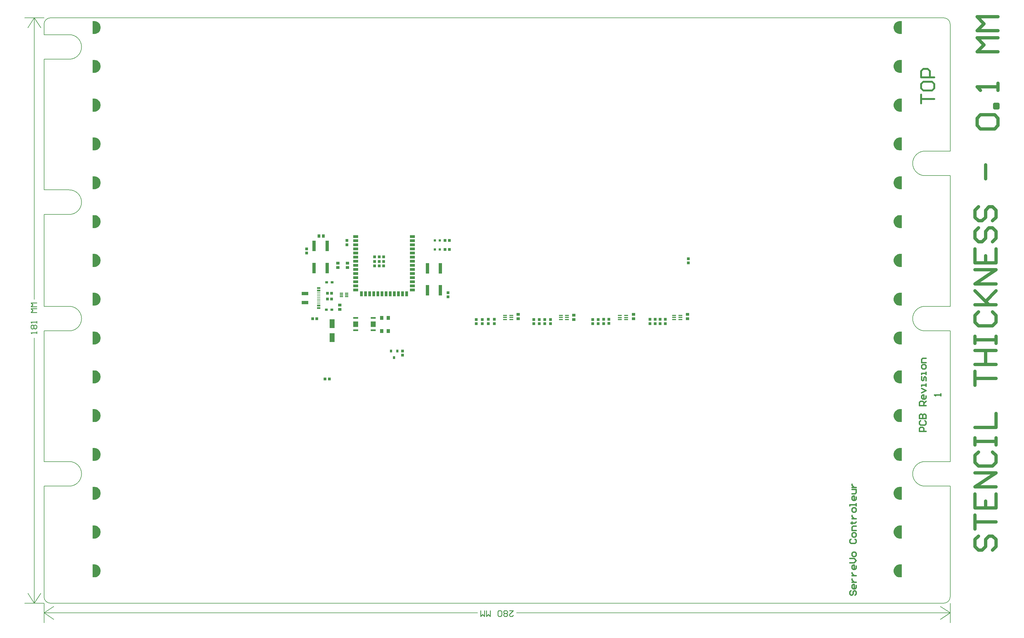
<source format=gtp>
G04*
G04 #@! TF.GenerationSoftware,Altium Limited,Altium Designer,22.11.1 (43)*
G04*
G04 Layer_Color=8421504*
%FSLAX25Y25*%
%MOIN*%
G70*
G04*
G04 #@! TF.SameCoordinates,3125327F-633B-4DE6-8F98-D116A0B0FB6F*
G04*
G04*
G04 #@! TF.FilePolarity,Positive*
G04*
G01*
G75*
%ADD12C,0.00500*%
%ADD19C,0.01575*%
%ADD20C,0.03937*%
%ADD21C,0.02362*%
%ADD22C,0.01000*%
%ADD23R,0.06299X0.11024*%
%ADD24R,0.03543X0.03543*%
%ADD25R,0.05906X0.03543*%
%ADD26R,0.03543X0.05906*%
%ADD27R,0.03740X0.03347*%
G04:AMPARAMS|DCode=28|XSize=46.85mil|YSize=15.75mil|CornerRadius=3.94mil|HoleSize=0mil|Usage=FLASHONLY|Rotation=180.000|XOffset=0mil|YOffset=0mil|HoleType=Round|Shape=RoundedRectangle|*
%AMROUNDEDRECTD28*
21,1,0.04685,0.00787,0,0,180.0*
21,1,0.03898,0.01575,0,0,180.0*
1,1,0.00787,-0.01949,0.00394*
1,1,0.00787,0.01949,0.00394*
1,1,0.00787,0.01949,-0.00394*
1,1,0.00787,-0.01949,-0.00394*
%
%ADD28ROUNDEDRECTD28*%
%ADD29R,0.03937X0.03543*%
%ADD30R,0.03347X0.03740*%
%ADD31R,0.03150X0.03150*%
%ADD32R,0.03937X0.04724*%
%ADD33R,0.06000X0.02000*%
%ADD34R,0.06000X0.07000*%
%ADD35R,0.03937X0.12598*%
%ADD36R,0.03543X0.03150*%
%ADD37R,0.03150X0.03543*%
%ADD38R,0.07874X0.03937*%
%ADD39R,0.03937X0.01063*%
%ADD40R,0.03937X0.02047*%
%ADD41R,0.03898X0.01181*%
%ADD42R,0.03543X0.03937*%
G36*
X-250895Y-27520D02*
X-248915D01*
X-248140D01*
X-246619Y-27217D01*
X-245187Y-26624D01*
X-243898Y-25763D01*
X-242802Y-24667D01*
X-241940Y-23378D01*
X-241347Y-21945D01*
X-241045Y-20425D01*
Y-19650D01*
Y-18873D01*
X-241347Y-17351D01*
X-241941Y-15917D01*
X-242804Y-14626D01*
X-243901Y-13529D01*
X-245192Y-12666D01*
X-246626Y-12072D01*
X-248148Y-11770D01*
X-248925D01*
D01*
X-250895D01*
Y-27520D01*
D02*
G37*
G36*
Y19730D02*
X-248915D01*
X-248140D01*
X-246619Y20033D01*
X-245187Y20626D01*
X-243898Y21487D01*
X-242802Y22583D01*
X-241940Y23873D01*
X-241347Y25305D01*
X-241045Y26825D01*
Y27600D01*
Y28376D01*
X-241347Y29899D01*
X-241941Y31333D01*
X-242804Y32624D01*
X-243901Y33721D01*
X-245192Y34584D01*
X-246626Y35177D01*
X-248148Y35480D01*
X-248925D01*
D01*
X-250895D01*
Y19730D01*
D02*
G37*
G36*
Y66970D02*
X-248915D01*
X-248140D01*
X-246619Y67273D01*
X-245187Y67866D01*
X-243898Y68727D01*
X-242802Y69823D01*
X-241940Y71113D01*
X-241347Y72545D01*
X-241045Y74065D01*
Y74840D01*
Y75617D01*
X-241347Y77139D01*
X-241941Y78573D01*
X-242804Y79864D01*
X-243901Y80961D01*
X-245192Y81823D01*
X-246626Y82418D01*
X-248148Y82720D01*
X-248925D01*
D01*
X-250895D01*
Y66970D01*
D02*
G37*
G36*
Y114210D02*
X-248915D01*
X-248140D01*
X-246619Y114513D01*
X-245187Y115106D01*
X-243898Y115967D01*
X-242802Y117063D01*
X-241940Y118352D01*
X-241347Y119785D01*
X-241045Y121305D01*
Y122080D01*
Y122856D01*
X-241347Y124379D01*
X-241941Y125813D01*
X-242804Y127103D01*
X-243901Y128201D01*
X-245192Y129063D01*
X-246626Y129657D01*
X-248148Y129960D01*
X-248925D01*
D01*
X-250895D01*
Y114210D01*
D02*
G37*
G36*
Y161460D02*
X-248915D01*
X-248140D01*
X-246619Y161763D01*
X-245187Y162356D01*
X-243898Y163217D01*
X-242802Y164313D01*
X-241940Y165603D01*
X-241347Y167035D01*
X-241045Y168555D01*
Y169330D01*
Y170106D01*
X-241347Y171629D01*
X-241941Y173063D01*
X-242804Y174354D01*
X-243901Y175451D01*
X-245192Y176313D01*
X-246626Y176908D01*
X-248148Y177210D01*
X-248925D01*
D01*
X-250895D01*
Y161460D01*
D02*
G37*
G36*
Y208700D02*
X-248915D01*
X-248140D01*
X-246619Y209003D01*
X-245187Y209596D01*
X-243898Y210457D01*
X-242802Y211554D01*
X-241940Y212842D01*
X-241347Y214275D01*
X-241045Y215795D01*
Y216570D01*
Y217347D01*
X-241347Y218869D01*
X-241941Y220303D01*
X-242804Y221594D01*
X-243901Y222691D01*
X-245192Y223553D01*
X-246626Y224148D01*
X-248148Y224450D01*
X-248925D01*
D01*
X-250895D01*
Y208700D01*
D02*
G37*
G36*
Y255950D02*
X-248915D01*
X-248140D01*
X-246619Y256253D01*
X-245187Y256846D01*
X-243898Y257707D01*
X-242802Y258804D01*
X-241940Y260092D01*
X-241347Y261525D01*
X-241045Y263045D01*
Y263820D01*
Y264597D01*
X-241347Y266119D01*
X-241941Y267553D01*
X-242804Y268844D01*
X-243901Y269941D01*
X-245192Y270803D01*
X-246626Y271397D01*
X-248148Y271700D01*
X-248925D01*
D01*
X-250895D01*
Y255950D01*
D02*
G37*
G36*
Y303190D02*
X-248915D01*
X-248140D01*
X-246619Y303493D01*
X-245187Y304086D01*
X-243898Y304947D01*
X-242802Y306044D01*
X-241940Y307332D01*
X-241347Y308765D01*
X-241045Y310285D01*
Y311060D01*
Y311837D01*
X-241347Y313359D01*
X-241941Y314793D01*
X-242804Y316084D01*
X-243901Y317181D01*
X-245192Y318043D01*
X-246626Y318637D01*
X-248148Y318940D01*
X-248925D01*
D01*
X-250895D01*
Y303190D01*
D02*
G37*
G36*
Y350430D02*
X-248915D01*
X-248140D01*
X-246619Y350733D01*
X-245187Y351326D01*
X-243898Y352187D01*
X-242802Y353284D01*
X-241940Y354573D01*
X-241347Y356005D01*
X-241045Y357525D01*
Y358300D01*
Y359076D01*
X-241347Y360599D01*
X-241941Y362033D01*
X-242804Y363323D01*
X-243901Y364421D01*
X-245192Y365283D01*
X-246626Y365878D01*
X-248148Y366180D01*
X-248925D01*
D01*
X-250895D01*
Y350430D01*
D02*
G37*
G36*
Y397680D02*
X-248915D01*
X-248140D01*
X-246619Y397983D01*
X-245187Y398576D01*
X-243898Y399437D01*
X-242802Y400533D01*
X-241940Y401823D01*
X-241347Y403255D01*
X-241045Y404775D01*
Y405550D01*
Y406326D01*
X-241347Y407849D01*
X-241941Y409283D01*
X-242804Y410573D01*
X-243901Y411671D01*
X-245192Y412534D01*
X-246626Y413128D01*
X-248148Y413430D01*
X-248925D01*
D01*
X-250895D01*
Y397680D01*
D02*
G37*
G36*
Y444920D02*
X-248915D01*
X-248140D01*
X-246619Y445223D01*
X-245187Y445816D01*
X-243898Y446677D01*
X-242802Y447774D01*
X-241940Y449062D01*
X-241347Y450495D01*
X-241045Y452015D01*
Y452790D01*
Y453567D01*
X-241347Y455089D01*
X-241941Y456523D01*
X-242804Y457814D01*
X-243901Y458911D01*
X-245192Y459773D01*
X-246626Y460367D01*
X-248148Y460670D01*
X-248925D01*
D01*
X-250895D01*
Y444920D01*
D02*
G37*
G36*
Y492170D02*
X-248915D01*
X-248140D01*
X-246619Y492473D01*
X-245187Y493066D01*
X-243898Y493927D01*
X-242802Y495023D01*
X-241940Y496313D01*
X-241347Y497745D01*
X-241045Y499265D01*
Y500040D01*
Y500816D01*
X-241347Y502339D01*
X-241941Y503773D01*
X-242804Y505064D01*
X-243901Y506161D01*
X-245192Y507023D01*
X-246626Y507618D01*
X-248148Y507920D01*
X-248925D01*
D01*
X-250895D01*
Y492170D01*
D02*
G37*
G36*
Y539410D02*
X-248915D01*
X-248140D01*
X-246619Y539713D01*
X-245187Y540306D01*
X-243898Y541167D01*
X-242802Y542264D01*
X-241940Y543552D01*
X-241347Y544985D01*
X-241045Y546505D01*
Y547280D01*
Y548057D01*
X-241347Y549579D01*
X-241941Y551013D01*
X-242804Y552304D01*
X-243901Y553401D01*
X-245192Y554263D01*
X-246626Y554857D01*
X-248148Y555160D01*
X-248925D01*
D01*
X-250895D01*
Y539410D01*
D02*
G37*
G36*
Y586650D02*
X-248915D01*
X-248140D01*
X-246619Y586953D01*
X-245187Y587546D01*
X-243898Y588407D01*
X-242802Y589503D01*
X-241940Y590793D01*
X-241347Y592225D01*
X-241045Y593745D01*
Y594520D01*
Y595296D01*
X-241347Y596819D01*
X-241941Y598253D01*
X-242804Y599544D01*
X-243901Y600641D01*
X-245192Y601504D01*
X-246626Y602098D01*
X-248148Y602400D01*
X-248925D01*
D01*
X-250895D01*
Y586650D01*
D02*
G37*
G36*
Y633900D02*
X-248915D01*
X-248140D01*
X-246619Y634203D01*
X-245187Y634796D01*
X-243898Y635657D01*
X-242802Y636754D01*
X-241940Y638042D01*
X-241347Y639475D01*
X-241045Y640995D01*
Y641770D01*
Y642547D01*
X-241347Y644069D01*
X-241941Y645503D01*
X-242804Y646794D01*
X-243901Y647891D01*
X-245192Y648753D01*
X-246626Y649347D01*
X-248148Y649650D01*
X-248925D01*
D01*
X-250895D01*
Y633900D01*
D02*
G37*
G36*
X733355Y-27520D02*
X731375D01*
X730600D01*
X729080Y-27217D01*
X727647Y-26624D01*
X726358Y-25763D01*
X725262Y-24667D01*
X724401Y-23378D01*
X723808Y-21945D01*
X723505Y-20425D01*
Y-19650D01*
Y-18873D01*
X723808Y-17351D01*
X724402Y-15917D01*
X725264Y-14626D01*
X726362Y-13529D01*
X727653Y-12666D01*
X729087Y-12072D01*
X730609Y-11770D01*
X731385D01*
D01*
X733355D01*
Y-27520D01*
D02*
G37*
G36*
Y19730D02*
X731375D01*
X730600D01*
X729080Y20033D01*
X727647Y20626D01*
X726358Y21487D01*
X725262Y22583D01*
X724401Y23873D01*
X723808Y25305D01*
X723505Y26825D01*
Y27600D01*
Y28376D01*
X723808Y29899D01*
X724402Y31333D01*
X725264Y32624D01*
X726362Y33721D01*
X727653Y34584D01*
X729087Y35177D01*
X730609Y35480D01*
X731385D01*
D01*
X733355D01*
Y19730D01*
D02*
G37*
G36*
Y66970D02*
X731375D01*
X730600D01*
X729080Y67273D01*
X727647Y67866D01*
X726358Y68727D01*
X725262Y69823D01*
X724401Y71113D01*
X723808Y72545D01*
X723505Y74065D01*
Y74840D01*
Y75617D01*
X723808Y77139D01*
X724402Y78573D01*
X725264Y79864D01*
X726362Y80961D01*
X727653Y81823D01*
X729087Y82418D01*
X730609Y82720D01*
X731385D01*
D01*
X733355D01*
Y66970D01*
D02*
G37*
G36*
Y114210D02*
X731375D01*
X730600D01*
X729080Y114513D01*
X727647Y115106D01*
X726358Y115967D01*
X725262Y117063D01*
X724401Y118352D01*
X723808Y119785D01*
X723505Y121305D01*
Y122080D01*
Y122856D01*
X723808Y124379D01*
X724402Y125813D01*
X725264Y127103D01*
X726362Y128201D01*
X727653Y129063D01*
X729087Y129657D01*
X730609Y129960D01*
X731385D01*
D01*
X733355D01*
Y114210D01*
D02*
G37*
G36*
Y161460D02*
X731375D01*
X730600D01*
X729080Y161763D01*
X727647Y162356D01*
X726358Y163217D01*
X725262Y164313D01*
X724401Y165603D01*
X723808Y167035D01*
X723505Y168555D01*
Y169330D01*
Y170106D01*
X723808Y171629D01*
X724402Y173063D01*
X725264Y174354D01*
X726362Y175451D01*
X727653Y176313D01*
X729087Y176908D01*
X730609Y177210D01*
X731385D01*
D01*
X733355D01*
Y161460D01*
D02*
G37*
G36*
Y208700D02*
X731375D01*
X730600D01*
X729080Y209003D01*
X727647Y209596D01*
X726358Y210457D01*
X725262Y211554D01*
X724401Y212842D01*
X723808Y214275D01*
X723505Y215795D01*
Y216570D01*
Y217347D01*
X723808Y218869D01*
X724402Y220303D01*
X725264Y221594D01*
X726362Y222691D01*
X727653Y223553D01*
X729087Y224148D01*
X730609Y224450D01*
X731385D01*
D01*
X733355D01*
Y208700D01*
D02*
G37*
G36*
Y255950D02*
X731375D01*
X730600D01*
X729080Y256253D01*
X727647Y256846D01*
X726358Y257707D01*
X725262Y258804D01*
X724401Y260092D01*
X723808Y261525D01*
X723505Y263045D01*
Y263820D01*
Y264597D01*
X723808Y266119D01*
X724402Y267553D01*
X725264Y268844D01*
X726362Y269941D01*
X727653Y270803D01*
X729087Y271397D01*
X730609Y271700D01*
X731385D01*
D01*
X733355D01*
Y255950D01*
D02*
G37*
G36*
Y303190D02*
X731375D01*
X730600D01*
X729080Y303493D01*
X727647Y304086D01*
X726358Y304947D01*
X725262Y306044D01*
X724401Y307332D01*
X723808Y308765D01*
X723505Y310285D01*
Y311060D01*
Y311837D01*
X723808Y313359D01*
X724402Y314793D01*
X725264Y316084D01*
X726362Y317181D01*
X727653Y318043D01*
X729087Y318637D01*
X730609Y318940D01*
X731385D01*
D01*
X733355D01*
Y303190D01*
D02*
G37*
G36*
Y350430D02*
X731375D01*
X730600D01*
X729080Y350733D01*
X727647Y351326D01*
X726358Y352187D01*
X725262Y353284D01*
X724401Y354573D01*
X723808Y356005D01*
X723505Y357525D01*
Y358300D01*
Y359076D01*
X723808Y360599D01*
X724402Y362033D01*
X725264Y363323D01*
X726362Y364421D01*
X727653Y365283D01*
X729087Y365878D01*
X730609Y366180D01*
X731385D01*
D01*
X733355D01*
Y350430D01*
D02*
G37*
G36*
Y397680D02*
X731375D01*
X730600D01*
X729080Y397983D01*
X727647Y398576D01*
X726358Y399437D01*
X725262Y400533D01*
X724401Y401823D01*
X723808Y403255D01*
X723505Y404775D01*
Y405550D01*
Y406326D01*
X723808Y407849D01*
X724402Y409283D01*
X725264Y410573D01*
X726362Y411671D01*
X727653Y412534D01*
X729087Y413128D01*
X730609Y413430D01*
X731385D01*
D01*
X733355D01*
Y397680D01*
D02*
G37*
G36*
Y444920D02*
X731375D01*
X730600D01*
X729080Y445223D01*
X727647Y445816D01*
X726358Y446677D01*
X725262Y447774D01*
X724401Y449062D01*
X723808Y450495D01*
X723505Y452015D01*
Y452790D01*
Y453567D01*
X723808Y455089D01*
X724402Y456523D01*
X725264Y457814D01*
X726362Y458911D01*
X727653Y459773D01*
X729087Y460367D01*
X730609Y460670D01*
X731385D01*
D01*
X733355D01*
Y444920D01*
D02*
G37*
G36*
Y492170D02*
X731375D01*
X730600D01*
X729080Y492473D01*
X727647Y493066D01*
X726358Y493927D01*
X725262Y495023D01*
X724401Y496313D01*
X723808Y497745D01*
X723505Y499265D01*
Y500040D01*
Y500816D01*
X723808Y502339D01*
X724402Y503773D01*
X725264Y505064D01*
X726362Y506161D01*
X727653Y507023D01*
X729087Y507618D01*
X730609Y507920D01*
X731385D01*
D01*
X733355D01*
Y492170D01*
D02*
G37*
G36*
Y539410D02*
X731375D01*
X730600D01*
X729080Y539713D01*
X727647Y540306D01*
X726358Y541167D01*
X725262Y542264D01*
X724401Y543552D01*
X723808Y544985D01*
X723505Y546505D01*
Y547280D01*
Y548057D01*
X723808Y549579D01*
X724402Y551013D01*
X725264Y552304D01*
X726362Y553401D01*
X727653Y554263D01*
X729087Y554857D01*
X730609Y555160D01*
X731385D01*
D01*
X733355D01*
Y539410D01*
D02*
G37*
G36*
Y586650D02*
X731375D01*
X730600D01*
X729080Y586953D01*
X727647Y587546D01*
X726358Y588407D01*
X725262Y589503D01*
X724401Y590793D01*
X723808Y592225D01*
X723505Y593745D01*
Y594520D01*
Y595296D01*
X723808Y596819D01*
X724402Y598253D01*
X725264Y599544D01*
X726362Y600641D01*
X727653Y601504D01*
X729087Y602098D01*
X730609Y602400D01*
X731385D01*
D01*
X733355D01*
Y586650D01*
D02*
G37*
G36*
Y633900D02*
X731375D01*
X730600D01*
X729080Y634203D01*
X727647Y634796D01*
X726358Y635657D01*
X725262Y636754D01*
X724401Y638042D01*
X723808Y639475D01*
X723505Y640995D01*
Y641770D01*
Y642547D01*
X723808Y644069D01*
X724402Y645503D01*
X725264Y646794D01*
X726362Y647891D01*
X727653Y648753D01*
X729087Y649347D01*
X730609Y649650D01*
X731385D01*
D01*
X733355D01*
Y633900D01*
D02*
G37*
D12*
X-309957Y-51135D02*
G03*
X-302083Y-59009I7874J0D01*
G01*
X784531D02*
G03*
X792405Y-51135I0J7874D01*
G01*
X-302083Y653589D02*
G03*
X-309957Y645715I0J-7874D01*
G01*
X792405D02*
G03*
X784531Y653589I-7874J0D01*
G01*
X-279248Y83516D02*
G03*
X-264288Y98477I0J14961D01*
G01*
Y98471D02*
G03*
X-279248Y113431I-14961J0D01*
G01*
Y272493D02*
G03*
X-264288Y287453I0J14961D01*
G01*
Y287447D02*
G03*
X-279248Y302408I-14961J0D01*
G01*
Y414225D02*
G03*
X-264288Y429185I0J14961D01*
G01*
Y429179D02*
G03*
X-279248Y444140I-14961J0D01*
G01*
Y603201D02*
G03*
X-264288Y618162I0J14961D01*
G01*
Y618156D02*
G03*
X-279248Y633116I-14961J0D01*
G01*
X761696Y491384D02*
G03*
X746736Y476424I0J-14961D01*
G01*
Y476430D02*
G03*
X761696Y461469I14961J0D01*
G01*
X746736Y98477D02*
G03*
X761696Y83516I14961J0D01*
G01*
Y113431D02*
G03*
X746736Y98471I0J-14961D01*
G01*
Y287453D02*
G03*
X761696Y272493I14961J0D01*
G01*
Y302408D02*
G03*
X746736Y287447I0J-14961D01*
G01*
X-333579Y-59009D02*
X-309957D01*
X-302083Y-59010D02*
X784531Y-59009D01*
X264846Y-70821D02*
X792405Y-70820D01*
X-309957Y-70820D02*
X217602Y-70821D01*
X-329642Y-47199D02*
X-321768Y-59009D01*
X-313894Y-47199D01*
X780594Y-62946D02*
X792405Y-70820D01*
X-309957Y-70820D02*
X-298146Y-62946D01*
X792405Y-82631D02*
Y-59009D01*
X780594Y-78694D02*
X792405Y-70820D01*
X-309957Y-70820D02*
X-298146Y-78694D01*
X792405Y-51135D02*
Y83510D01*
Y491384D02*
Y645715D01*
X-333579Y653589D02*
X-309957D01*
X-302083Y653588D02*
X784531Y653589D01*
X-321768Y653589D02*
X-313894Y641778D01*
X-329642D02*
X-321768Y653589D01*
X-309957Y83510D02*
X-279248D01*
X-309957Y113431D02*
X-279248D01*
X-309957Y272487D02*
X-279248D01*
X-309957Y302408D02*
X-279248D01*
X-309957Y414219D02*
X-279248D01*
X-309957Y444140D02*
X-279248D01*
X-309957Y603195D02*
X-279248D01*
X-309957Y633116D02*
X-279248D01*
X-309957D02*
Y645715D01*
Y444140D02*
Y603195D01*
Y302408D02*
Y414219D01*
Y113431D02*
Y272487D01*
Y-51135D02*
Y83510D01*
X792405Y302408D02*
Y461469D01*
X761696Y491384D02*
X792405D01*
X761696Y461463D02*
X792405D01*
X761696Y83510D02*
X792405D01*
X761696Y113431D02*
X792405D01*
X761696Y272487D02*
X792405D01*
X761696Y302408D02*
X792405D01*
Y113431D02*
Y272487D01*
X-321768Y311069D02*
X-321768Y653589D01*
X-321768Y-59009D02*
Y263825D01*
X-309957Y-82631D02*
Y-59009D01*
D19*
X671407Y-43860D02*
X670095Y-45172D01*
Y-47796D01*
X671407Y-49108D01*
X672719D01*
X674031Y-47796D01*
Y-45172D01*
X675343Y-43860D01*
X676654D01*
X677966Y-45172D01*
Y-47796D01*
X676654Y-49108D01*
X677966Y-37301D02*
Y-39925D01*
X676654Y-41237D01*
X674031D01*
X672719Y-39925D01*
Y-37301D01*
X674031Y-35989D01*
X675343D01*
Y-41237D01*
X672719Y-33365D02*
X677966D01*
X675343D01*
X674031Y-32053D01*
X672719Y-30741D01*
Y-29429D01*
Y-25494D02*
X677966D01*
X675343D01*
X674031Y-24182D01*
X672719Y-22870D01*
Y-21558D01*
X677966Y-13686D02*
Y-16310D01*
X676654Y-17622D01*
X674031D01*
X672719Y-16310D01*
Y-13686D01*
X674031Y-12375D01*
X675343D01*
Y-17622D01*
X670095Y-9751D02*
X675343D01*
X677966Y-7127D01*
X675343Y-4503D01*
X670095D01*
X677966Y-567D02*
Y2057D01*
X676654Y3368D01*
X674031D01*
X672719Y2057D01*
Y-567D01*
X674031Y-1879D01*
X676654D01*
X677966Y-567D01*
X671407Y19111D02*
X670095Y17799D01*
Y15176D01*
X671407Y13864D01*
X676654D01*
X677966Y15176D01*
Y17799D01*
X676654Y19111D01*
X677966Y23047D02*
Y25671D01*
X676654Y26983D01*
X674031D01*
X672719Y25671D01*
Y23047D01*
X674031Y21735D01*
X676654D01*
X677966Y23047D01*
Y29607D02*
X672719D01*
Y33542D01*
X674031Y34854D01*
X677966D01*
X671407Y38790D02*
X672719D01*
Y37478D01*
Y40102D01*
Y38790D01*
X676654D01*
X677966Y40102D01*
X672719Y44038D02*
X677966D01*
X675343D01*
X674031Y45350D01*
X672719Y46662D01*
Y47973D01*
X677966Y53221D02*
Y55845D01*
X676654Y57157D01*
X674031D01*
X672719Y55845D01*
Y53221D01*
X674031Y51909D01*
X676654D01*
X677966Y53221D01*
Y59781D02*
Y62405D01*
Y61093D01*
X670095D01*
Y59781D01*
X677966Y70276D02*
Y67652D01*
X676654Y66340D01*
X674031D01*
X672719Y67652D01*
Y70276D01*
X674031Y71588D01*
X675343D01*
Y66340D01*
X672719Y74212D02*
X676654D01*
X677966Y75524D01*
Y79459D01*
X672719D01*
Y82083D02*
X677966D01*
X675343D01*
X674031Y83395D01*
X672719Y84707D01*
Y86019D01*
X762709Y150138D02*
X754838D01*
Y154074D01*
X756149Y155385D01*
X758773D01*
X760085Y154074D01*
Y150138D01*
X756149Y163257D02*
X754838Y161945D01*
Y159321D01*
X756149Y158009D01*
X761397D01*
X762709Y159321D01*
Y161945D01*
X761397Y163257D01*
X754838Y165881D02*
X762709D01*
Y169817D01*
X761397Y171128D01*
X760085D01*
X758773Y169817D01*
Y165881D01*
Y169817D01*
X757461Y171128D01*
X756149D01*
X754838Y169817D01*
Y165881D01*
X762709Y181624D02*
X754838D01*
Y185559D01*
X756149Y186871D01*
X758773D01*
X760085Y185559D01*
Y181624D01*
Y184248D02*
X762709Y186871D01*
Y193431D02*
Y190807D01*
X761397Y189495D01*
X758773D01*
X757461Y190807D01*
Y193431D01*
X758773Y194743D01*
X760085D01*
Y189495D01*
X757461Y197367D02*
X762709Y199990D01*
X757461Y202614D01*
X762709Y205238D02*
Y207862D01*
Y206550D01*
X757461D01*
Y205238D01*
X762709Y211798D02*
Y215734D01*
X761397Y217045D01*
X760085Y215734D01*
Y213110D01*
X758773Y211798D01*
X757461Y213110D01*
Y217045D01*
X762709Y219669D02*
Y222293D01*
Y220981D01*
X757461D01*
Y219669D01*
X762709Y227541D02*
Y230165D01*
X761397Y231476D01*
X758773D01*
X757461Y230165D01*
Y227541D01*
X758773Y226229D01*
X761397D01*
X762709Y227541D01*
Y234100D02*
X757461D01*
Y238036D01*
X758773Y239348D01*
X762709D01*
X780967Y193477D02*
Y196101D01*
Y194789D01*
X773095D01*
X774407Y193477D01*
D20*
X829305Y518412D02*
X825042Y522676D01*
Y531204D01*
X829305Y535467D01*
X846360D01*
X850624Y531204D01*
Y522676D01*
X846360Y518412D01*
X829305D01*
X850624Y543995D02*
X846360D01*
Y548258D01*
X850624D01*
Y543995D01*
Y565313D02*
Y573841D01*
Y569577D01*
X825042D01*
X829305Y565313D01*
X850624Y612214D02*
X825042D01*
X833569Y620742D01*
X825042Y629269D01*
X850624D01*
Y637796D02*
X825042D01*
X833569Y646324D01*
X825042Y654851D01*
X850624D01*
X826864Y22784D02*
X822600Y18520D01*
Y9993D01*
X826864Y5729D01*
X831128D01*
X835391Y9993D01*
Y18520D01*
X839655Y22784D01*
X843919D01*
X848183Y18520D01*
Y9993D01*
X843919Y5729D01*
X822600Y31311D02*
Y48366D01*
Y39839D01*
X848183D01*
X822600Y73949D02*
Y56894D01*
X848183D01*
Y73949D01*
X835391Y56894D02*
Y65421D01*
X848183Y82476D02*
X822600D01*
X848183Y99531D01*
X822600D01*
X826864Y125113D02*
X822600Y120849D01*
Y112322D01*
X826864Y108058D01*
X843919D01*
X848183Y112322D01*
Y120849D01*
X843919Y125113D01*
X822600Y133641D02*
Y142168D01*
Y137904D01*
X848183D01*
Y133641D01*
Y142168D01*
X822600Y154959D02*
X848183D01*
Y172014D01*
X822600Y206124D02*
Y223179D01*
Y214651D01*
X848183D01*
X822600Y231706D02*
X848183D01*
X835391D01*
Y248761D01*
X822600D01*
X848183D01*
X822600Y257288D02*
Y265816D01*
Y261552D01*
X848183D01*
Y257288D01*
Y265816D01*
X826864Y295662D02*
X822600Y291398D01*
Y282871D01*
X826864Y278607D01*
X843919D01*
X848183Y282871D01*
Y291398D01*
X843919Y295662D01*
X822600Y304189D02*
X848183D01*
X839655D01*
X822600Y321244D01*
X835391Y308453D01*
X848183Y321244D01*
Y329771D02*
X822600D01*
X848183Y346826D01*
X822600D01*
Y372409D02*
Y355354D01*
X848183D01*
Y372409D01*
X835391Y355354D02*
Y363881D01*
X826864Y397991D02*
X822600Y393727D01*
Y385200D01*
X826864Y380936D01*
X831128D01*
X835391Y385200D01*
Y393727D01*
X839655Y397991D01*
X843919D01*
X848183Y393727D01*
Y385200D01*
X843919Y380936D01*
X826864Y423573D02*
X822600Y419309D01*
Y410782D01*
X826864Y406518D01*
X831128D01*
X835391Y410782D01*
Y419309D01*
X839655Y423573D01*
X843919D01*
X848183Y419309D01*
Y410782D01*
X843919Y406518D01*
X835391Y457683D02*
Y474738D01*
D21*
X756977Y549644D02*
Y560140D01*
Y554892D01*
X772720D01*
X756977Y573259D02*
Y568011D01*
X759601Y565387D01*
X770096D01*
X772720Y568011D01*
Y573259D01*
X770096Y575882D01*
X759601D01*
X756977Y573259D01*
X772720Y581130D02*
X756977D01*
Y589002D01*
X759601Y591625D01*
X764849D01*
X767473Y589002D01*
Y581130D01*
D22*
X-318831Y269256D02*
Y271589D01*
Y270423D01*
X-325829D01*
X-324662Y269256D01*
Y275088D02*
X-325829Y276254D01*
Y278587D01*
X-324662Y279753D01*
X-323496D01*
X-322330Y278587D01*
X-321164Y279753D01*
X-319997D01*
X-318831Y278587D01*
Y276254D01*
X-319997Y275088D01*
X-321164D01*
X-322330Y276254D01*
X-323496Y275088D01*
X-324662D01*
X-322330Y276254D02*
Y278587D01*
X-318831Y282086D02*
Y284418D01*
Y283252D01*
X-325829D01*
X-324662Y282086D01*
X-318831Y294915D02*
X-325829D01*
X-323496Y297248D01*
X-325829Y299580D01*
X-318831D01*
Y301913D02*
X-325829D01*
X-323496Y304245D01*
X-325829Y306578D01*
X-318831D01*
X256120Y-67883D02*
X260785D01*
X256120Y-72549D01*
Y-73715D01*
X257287Y-74881D01*
X259619D01*
X260785Y-73715D01*
X253788D02*
X252621Y-74881D01*
X250289D01*
X249123Y-73715D01*
Y-72549D01*
X250289Y-71382D01*
X249123Y-70216D01*
Y-69050D01*
X250289Y-67883D01*
X252621D01*
X253788Y-69050D01*
Y-70216D01*
X252621Y-71382D01*
X253788Y-72549D01*
Y-73715D01*
X252621Y-71382D02*
X250289D01*
X246790Y-73715D02*
X245624Y-74881D01*
X243291D01*
X242125Y-73715D01*
Y-69050D01*
X243291Y-67883D01*
X245624D01*
X246790Y-69050D01*
Y-73715D01*
X232794Y-67883D02*
Y-74881D01*
X230462Y-72549D01*
X228129Y-74881D01*
Y-67883D01*
X225797D02*
Y-74881D01*
X223464Y-72549D01*
X221131Y-74881D01*
Y-67883D01*
D23*
X40673Y264419D02*
D03*
Y281348D02*
D03*
D24*
X97701Y356985D02*
D03*
X92189D02*
D03*
X103213D02*
D03*
X92189Y351473D02*
D03*
X97701D02*
D03*
X103213D02*
D03*
X92189Y362497D02*
D03*
X97701D02*
D03*
X103213D02*
D03*
D25*
X69157Y387379D02*
D03*
Y382379D02*
D03*
Y377379D02*
D03*
Y372379D02*
D03*
Y367379D02*
D03*
Y362379D02*
D03*
Y357379D02*
D03*
Y352379D02*
D03*
Y347379D02*
D03*
Y342379D02*
D03*
Y337379D02*
D03*
Y332379D02*
D03*
Y327379D02*
D03*
Y322379D02*
D03*
X138055D02*
D03*
Y327379D02*
D03*
Y332379D02*
D03*
Y337379D02*
D03*
Y342379D02*
D03*
Y347379D02*
D03*
Y352379D02*
D03*
Y357379D02*
D03*
Y362379D02*
D03*
Y367379D02*
D03*
Y372379D02*
D03*
Y377379D02*
D03*
Y382379D02*
D03*
Y387379D02*
D03*
D26*
X76106Y317458D02*
D03*
X81106D02*
D03*
X86106D02*
D03*
X91106D02*
D03*
X96106D02*
D03*
X101106D02*
D03*
X106106D02*
D03*
X111106D02*
D03*
X116106D02*
D03*
X121106D02*
D03*
X126106D02*
D03*
X131106D02*
D03*
D27*
X473794Y355307D02*
D03*
Y360425D02*
D03*
X181531Y313914D02*
D03*
Y319032D02*
D03*
X58541Y382497D02*
D03*
Y377379D02*
D03*
X433474Y281455D02*
D03*
Y286573D02*
D03*
X439653Y281388D02*
D03*
Y286506D02*
D03*
X126114Y248105D02*
D03*
Y242986D02*
D03*
X364049Y281325D02*
D03*
Y286443D02*
D03*
X370747Y281455D02*
D03*
Y286573D02*
D03*
X292575Y281275D02*
D03*
Y286394D02*
D03*
X299317Y281275D02*
D03*
Y286394D02*
D03*
X223227Y281276D02*
D03*
Y286394D02*
D03*
X230566Y281390D02*
D03*
Y286508D02*
D03*
X427021Y281455D02*
D03*
Y286573D02*
D03*
X445815Y281455D02*
D03*
Y286573D02*
D03*
X357390Y281275D02*
D03*
Y286393D02*
D03*
X377332Y281568D02*
D03*
Y286686D02*
D03*
X285833Y281275D02*
D03*
Y286394D02*
D03*
X306060Y281275D02*
D03*
Y286394D02*
D03*
X9531Y367261D02*
D03*
Y372379D02*
D03*
X215887Y281276D02*
D03*
Y286394D02*
D03*
X237906Y281409D02*
D03*
Y286528D02*
D03*
D28*
X258441Y286273D02*
D03*
Y288832D02*
D03*
Y291391D02*
D03*
X250882D02*
D03*
Y288832D02*
D03*
Y286273D02*
D03*
X326239Y286273D02*
D03*
Y288832D02*
D03*
Y291391D02*
D03*
X318680D02*
D03*
Y288832D02*
D03*
Y286273D02*
D03*
X398083Y286190D02*
D03*
Y288749D02*
D03*
Y291308D02*
D03*
X390524D02*
D03*
Y288749D02*
D03*
Y286190D02*
D03*
X464042Y286273D02*
D03*
Y288832D02*
D03*
Y291391D02*
D03*
X456483D02*
D03*
Y288832D02*
D03*
Y286273D02*
D03*
D29*
X266878Y287212D02*
D03*
Y292527D02*
D03*
X334582Y286320D02*
D03*
Y291635D02*
D03*
X407131Y292696D02*
D03*
Y287381D02*
D03*
X59169Y349602D02*
D03*
Y354917D02*
D03*
X472898Y287298D02*
D03*
Y292613D02*
D03*
X47461Y349602D02*
D03*
Y354917D02*
D03*
X49680Y298645D02*
D03*
Y303960D02*
D03*
D30*
X183059Y371662D02*
D03*
X177941D02*
D03*
X183059Y382737D02*
D03*
X177941D02*
D03*
X31953Y214048D02*
D03*
X37071D02*
D03*
X16854Y287423D02*
D03*
X21972D02*
D03*
X34768Y311150D02*
D03*
X39886D02*
D03*
X34768Y318295D02*
D03*
X39886D02*
D03*
D31*
X171429Y371662D02*
D03*
X165524D02*
D03*
Y382737D02*
D03*
X171429D02*
D03*
D32*
X100961Y272384D02*
D03*
X108835D02*
D03*
X108836Y288423D02*
D03*
X100962D02*
D03*
D33*
X69276Y273143D02*
D03*
Y288183D02*
D03*
X90476D02*
D03*
Y273143D02*
D03*
D34*
X69276Y280663D02*
D03*
X90476D02*
D03*
D35*
X156520Y321852D02*
D03*
Y348624D02*
D03*
X172268D02*
D03*
Y321852D02*
D03*
X34400Y375883D02*
D03*
Y349111D02*
D03*
X18652D02*
D03*
Y375883D02*
D03*
D36*
X40287Y298189D02*
D03*
X33594D02*
D03*
X40673Y331698D02*
D03*
X33980D02*
D03*
D37*
X115974Y239981D02*
D03*
X112234Y247855D02*
D03*
X119714D02*
D03*
D38*
X7563Y306925D02*
D03*
Y317949D02*
D03*
D39*
X24098Y305547D02*
D03*
Y307516D02*
D03*
Y309484D02*
D03*
Y311453D02*
D03*
Y313421D02*
D03*
Y315390D02*
D03*
Y317358D02*
D03*
Y319327D02*
D03*
D40*
Y303185D02*
D03*
Y300232D02*
D03*
Y321689D02*
D03*
Y324642D02*
D03*
D41*
X58220Y318327D02*
D03*
Y316358D02*
D03*
Y314390D02*
D03*
X51881D02*
D03*
Y316358D02*
D03*
Y318327D02*
D03*
D42*
X24591Y388025D02*
D03*
X29906D02*
D03*
M02*

</source>
